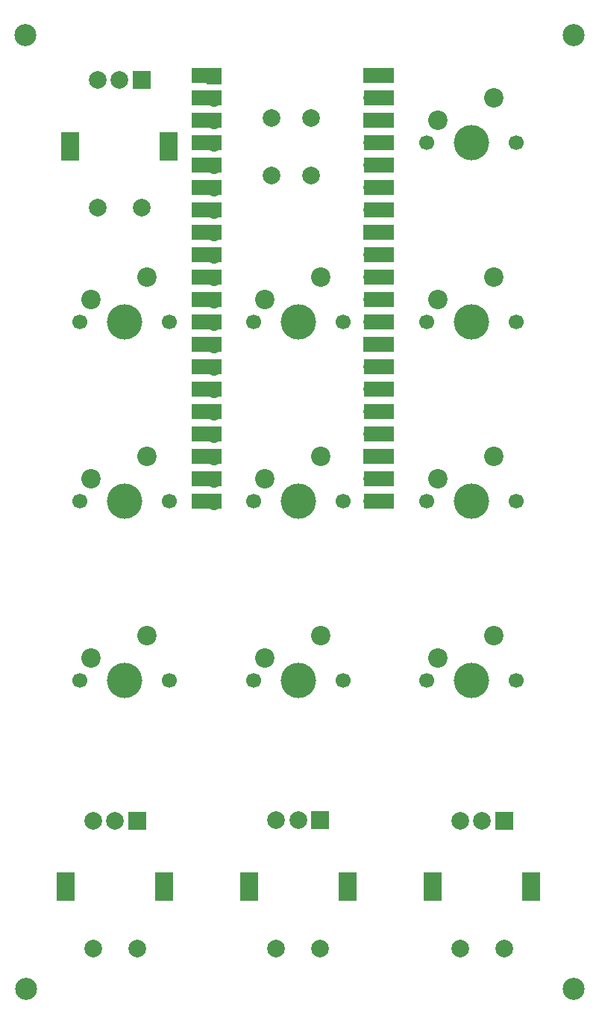
<source format=gbr>
%TF.GenerationSoftware,KiCad,Pcbnew,(5.1.10)-1*%
%TF.CreationDate,2022-09-07T09:40:49-04:00*%
%TF.ProjectId,BlenderMacroBoardPCB,426c656e-6465-4724-9d61-63726f426f61,rev?*%
%TF.SameCoordinates,Original*%
%TF.FileFunction,Soldermask,Bot*%
%TF.FilePolarity,Negative*%
%FSLAX46Y46*%
G04 Gerber Fmt 4.6, Leading zero omitted, Abs format (unit mm)*
G04 Created by KiCad (PCBNEW (5.1.10)-1) date 2022-09-07 09:40:49*
%MOMM*%
%LPD*%
G01*
G04 APERTURE LIST*
%ADD10C,2.000000*%
%ADD11R,3.500000X1.700000*%
%ADD12O,1.700000X1.700000*%
%ADD13R,1.700000X1.700000*%
%ADD14C,1.700000*%
%ADD15C,4.000000*%
%ADD16C,2.200000*%
%ADD17C,2.500000*%
%ADD18R,2.000000X2.000000*%
%ADD19R,2.000000X3.200000*%
G04 APERTURE END LIST*
D10*
%TO.C,Reset*%
X147447000Y-49888000D03*
X151947000Y-49888000D03*
X147447000Y-56388000D03*
X151947000Y-56388000D03*
%TD*%
D11*
%TO.C,Pico*%
X140070000Y-93345000D03*
X140070000Y-90805000D03*
X140070000Y-88265000D03*
X140070000Y-85725000D03*
X140070000Y-83185000D03*
X140070000Y-80645000D03*
X140070000Y-78105000D03*
X140070000Y-75565000D03*
X140070000Y-73025000D03*
X140070000Y-70485000D03*
X140070000Y-67945000D03*
X140070000Y-65405000D03*
X140070000Y-62865000D03*
X140070000Y-60325000D03*
X140070000Y-57785000D03*
X140070000Y-55245000D03*
X140070000Y-52705000D03*
X140070000Y-50165000D03*
X140070000Y-47625000D03*
X140070000Y-45085000D03*
X159650000Y-93345000D03*
X159650000Y-90805000D03*
X159650000Y-88265000D03*
X159650000Y-85725000D03*
X159650000Y-83185000D03*
X159650000Y-80645000D03*
X159650000Y-78105000D03*
X159650000Y-75565000D03*
X159650000Y-73025000D03*
X159650000Y-70485000D03*
X159650000Y-67945000D03*
X159650000Y-65405000D03*
X159650000Y-62865000D03*
X159650000Y-60325000D03*
X159650000Y-57785000D03*
X159650000Y-55245000D03*
X159650000Y-52705000D03*
X159650000Y-50165000D03*
X159650000Y-47625000D03*
X159650000Y-45085000D03*
D12*
X140970000Y-45085000D03*
X140970000Y-47625000D03*
D13*
X140970000Y-50165000D03*
D12*
X140970000Y-52705000D03*
X140970000Y-55245000D03*
X140970000Y-57785000D03*
X140970000Y-60325000D03*
D13*
X140970000Y-62865000D03*
D12*
X140970000Y-65405000D03*
X140970000Y-67945000D03*
X140970000Y-70485000D03*
X140970000Y-73025000D03*
D13*
X140970000Y-75565000D03*
D12*
X140970000Y-78105000D03*
X140970000Y-80645000D03*
X140970000Y-83185000D03*
X140970000Y-85725000D03*
D13*
X140970000Y-88265000D03*
D12*
X140970000Y-90805000D03*
X140970000Y-93345000D03*
X158750000Y-93345000D03*
X158750000Y-90805000D03*
D13*
X158750000Y-88265000D03*
D12*
X158750000Y-85725000D03*
X158750000Y-83185000D03*
X158750000Y-80645000D03*
X158750000Y-78105000D03*
D13*
X158750000Y-75565000D03*
D12*
X158750000Y-73025000D03*
X158750000Y-70485000D03*
X158750000Y-67945000D03*
X158750000Y-65405000D03*
D13*
X158750000Y-62865000D03*
D12*
X158750000Y-60325000D03*
X158750000Y-57785000D03*
X158750000Y-55245000D03*
X158750000Y-52705000D03*
D13*
X158750000Y-50165000D03*
D12*
X158750000Y-47625000D03*
X158750000Y-45085000D03*
%TD*%
D14*
%TO.C,Button9*%
X175260000Y-113665000D03*
X165100000Y-113665000D03*
D15*
X170180000Y-113665000D03*
D16*
X166370000Y-111125000D03*
X172720000Y-108585000D03*
%TD*%
D12*
%TO.C,Pin Header*%
X140970000Y-93472000D03*
X140970000Y-90932000D03*
X140970000Y-88392000D03*
X140970000Y-85852000D03*
X140970000Y-83312000D03*
X140970000Y-80772000D03*
X140970000Y-78232000D03*
X140970000Y-75692000D03*
X140970000Y-73152000D03*
X140970000Y-70612000D03*
X140970000Y-68072000D03*
X140970000Y-65532000D03*
X140970000Y-62992000D03*
X140970000Y-60452000D03*
X140970000Y-57912000D03*
X140970000Y-55372000D03*
X140970000Y-52832000D03*
X140970000Y-50292000D03*
X140970000Y-47752000D03*
D13*
X140970000Y-45212000D03*
%TD*%
D17*
%TO.C,REF\u002A\u002A*%
X181737000Y-40513000D03*
%TD*%
D14*
%TO.C,Button3*%
X175260000Y-73025000D03*
X165100000Y-73025000D03*
D15*
X170180000Y-73025000D03*
D16*
X166370000Y-70485000D03*
X172720000Y-67945000D03*
%TD*%
%TO.C,Button6*%
X172720000Y-88265000D03*
X166370000Y-90805000D03*
D15*
X170180000Y-93345000D03*
D14*
X165100000Y-93345000D03*
X175260000Y-93345000D03*
%TD*%
D13*
%TO.C,Pin Header*%
X158750000Y-45085000D03*
D12*
X158750000Y-47625000D03*
X158750000Y-50165000D03*
X158750000Y-52705000D03*
X158750000Y-55245000D03*
X158750000Y-57785000D03*
X158750000Y-60325000D03*
X158750000Y-62865000D03*
X158750000Y-65405000D03*
X158750000Y-67945000D03*
X158750000Y-70485000D03*
X158750000Y-73025000D03*
X158750000Y-75565000D03*
X158750000Y-78105000D03*
X158750000Y-80645000D03*
X158750000Y-83185000D03*
X158750000Y-85725000D03*
X158750000Y-88265000D03*
X158750000Y-90805000D03*
X158750000Y-93345000D03*
%TD*%
D16*
%TO.C,Button0*%
X172720000Y-47625000D03*
X166370000Y-50165000D03*
D15*
X170180000Y-52705000D03*
D14*
X165100000Y-52705000D03*
X175260000Y-52705000D03*
%TD*%
%TO.C,Button4*%
X135890000Y-93345000D03*
X125730000Y-93345000D03*
D15*
X130810000Y-93345000D03*
D16*
X127000000Y-90805000D03*
X133350000Y-88265000D03*
%TD*%
D14*
%TO.C,Button1*%
X135890000Y-73025000D03*
X125730000Y-73025000D03*
D15*
X130810000Y-73025000D03*
D16*
X127000000Y-70485000D03*
X133350000Y-67945000D03*
%TD*%
D17*
%TO.C,REF\u002A\u002A*%
X119507000Y-40513000D03*
%TD*%
D14*
%TO.C,Button5*%
X155575000Y-93345000D03*
X145415000Y-93345000D03*
D15*
X150495000Y-93345000D03*
D16*
X146685000Y-90805000D03*
X153035000Y-88265000D03*
%TD*%
D18*
%TO.C,Rotary 0*%
X132715000Y-45593000D03*
D10*
X130215000Y-45593000D03*
X127715000Y-45593000D03*
D19*
X135815000Y-53093000D03*
X124615000Y-53093000D03*
D10*
X132715000Y-60093000D03*
X127715000Y-60093000D03*
%TD*%
D16*
%TO.C,Button2*%
X153035000Y-67945000D03*
X146685000Y-70485000D03*
D15*
X150495000Y-73025000D03*
D14*
X145415000Y-73025000D03*
X155575000Y-73025000D03*
%TD*%
D17*
%TO.C,REF\u002A\u002A*%
X181737000Y-148590000D03*
%TD*%
%TO.C,REF\u002A\u002A*%
X119634000Y-148590000D03*
%TD*%
D18*
%TO.C,Rotary 1*%
X132207000Y-129540000D03*
D10*
X129707000Y-129540000D03*
X127207000Y-129540000D03*
D19*
X135307000Y-137040000D03*
X124107000Y-137040000D03*
D10*
X132207000Y-144040000D03*
X127207000Y-144040000D03*
%TD*%
D18*
%TO.C,Rotary 3*%
X173863000Y-129540000D03*
D10*
X171363000Y-129540000D03*
X168863000Y-129540000D03*
D19*
X176963000Y-137040000D03*
X165763000Y-137040000D03*
D10*
X173863000Y-144040000D03*
X168863000Y-144040000D03*
%TD*%
D14*
%TO.C,Button7*%
X135890000Y-113665000D03*
X125730000Y-113665000D03*
D15*
X130810000Y-113665000D03*
D16*
X127000000Y-111125000D03*
X133350000Y-108585000D03*
%TD*%
%TO.C,Button8*%
X153035000Y-108585000D03*
X146685000Y-111125000D03*
D15*
X150495000Y-113665000D03*
D14*
X145415000Y-113665000D03*
X155575000Y-113665000D03*
%TD*%
D10*
%TO.C,Rotary 2*%
X147993082Y-144016945D03*
X152993082Y-144016945D03*
D19*
X144893082Y-137016945D03*
X156093082Y-137016945D03*
D10*
X147993082Y-129516945D03*
X150493082Y-129516945D03*
D18*
X152993082Y-129516945D03*
%TD*%
M02*

</source>
